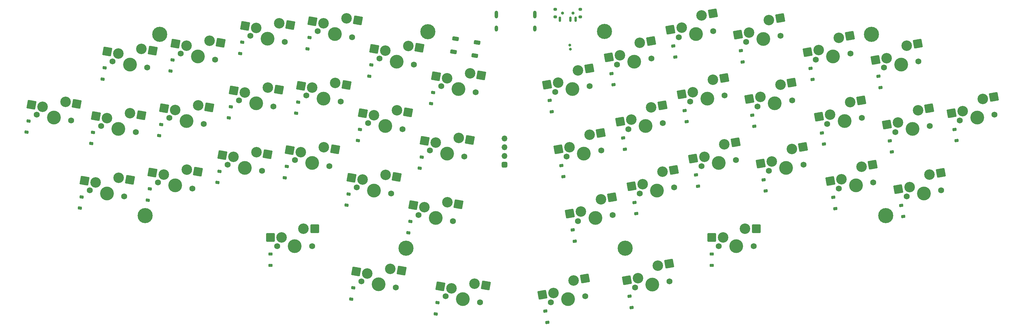
<source format=gbr>
%TF.GenerationSoftware,KiCad,Pcbnew,(6.0.2)*%
%TF.CreationDate,2022-04-05T05:22:49+08:00*%
%TF.ProjectId,TK44,544b3434-2e6b-4696-9361-645f70636258,rev?*%
%TF.SameCoordinates,Original*%
%TF.FileFunction,Soldermask,Bot*%
%TF.FilePolarity,Negative*%
%FSLAX46Y46*%
G04 Gerber Fmt 4.6, Leading zero omitted, Abs format (unit mm)*
G04 Created by KiCad (PCBNEW (6.0.2)) date 2022-04-05 05:22:49*
%MOMM*%
%LPD*%
G01*
G04 APERTURE LIST*
G04 Aperture macros list*
%AMRoundRect*
0 Rectangle with rounded corners*
0 $1 Rounding radius*
0 $2 $3 $4 $5 $6 $7 $8 $9 X,Y pos of 4 corners*
0 Add a 4 corners polygon primitive as box body*
4,1,4,$2,$3,$4,$5,$6,$7,$8,$9,$2,$3,0*
0 Add four circle primitives for the rounded corners*
1,1,$1+$1,$2,$3*
1,1,$1+$1,$4,$5*
1,1,$1+$1,$6,$7*
1,1,$1+$1,$8,$9*
0 Add four rect primitives between the rounded corners*
20,1,$1+$1,$2,$3,$4,$5,0*
20,1,$1+$1,$4,$5,$6,$7,0*
20,1,$1+$1,$6,$7,$8,$9,0*
20,1,$1+$1,$8,$9,$2,$3,0*%
G04 Aperture macros list end*
%ADD10C,3.050000*%
%ADD11C,4.000000*%
%ADD12C,1.750000*%
%ADD13RoundRect,0.250000X-1.183076X-0.806818X0.835780X-1.162797X1.183076X0.806818X-0.835780X1.162797X0*%
%ADD14C,0.800000*%
%ADD15C,4.400000*%
%ADD16RoundRect,0.250000X-0.835780X-1.162797X1.183076X-0.806818X0.835780X1.162797X-1.183076X0.806818X0*%
%ADD17RoundRect,0.250000X-1.025000X-1.000000X1.025000X-1.000000X1.025000X1.000000X-1.025000X1.000000X0*%
%ADD18O,1.000000X1.762000*%
%ADD19O,1.000000X2.219000*%
%ADD20RoundRect,0.425000X0.425000X0.425000X-0.425000X0.425000X-0.425000X-0.425000X0.425000X-0.425000X0*%
%ADD21O,1.700000X1.700000*%
%ADD22RoundRect,0.225000X0.330232X-0.286700X0.408374X0.156464X-0.330232X0.286700X-0.408374X-0.156464X0*%
%ADD23RoundRect,0.225000X0.408374X-0.156464X0.330232X0.286700X-0.408374X0.156464X-0.330232X-0.286700X0*%
%ADD24RoundRect,0.200000X-0.300000X-0.200000X0.300000X-0.200000X0.300000X0.200000X-0.300000X0.200000X0*%
%ADD25C,0.900000*%
%ADD26RoundRect,0.175000X-0.175000X-0.575000X0.175000X-0.575000X0.175000X0.575000X-0.175000X0.575000X0*%
%ADD27RoundRect,0.300000X-0.692219X-0.182571X0.588031X-0.408314X0.692219X0.182571X-0.588031X0.408314X0*%
%ADD28RoundRect,0.225000X0.375000X-0.225000X0.375000X0.225000X-0.375000X0.225000X-0.375000X-0.225000X0*%
G04 APERTURE END LIST*
D10*
%TO.C,SW28*%
X152078144Y-153246643D03*
D11*
X148694600Y-157808400D03*
D12*
X153697423Y-158690533D03*
D10*
X145383549Y-154645389D03*
D12*
X143691777Y-156926267D03*
D13*
X142158303Y-154076691D03*
D14*
X142158303Y-154076691D03*
X155329980Y-153820029D03*
D13*
X155329980Y-153820029D03*
%TD*%
D15*
%TO.C,H8*%
X100205200Y-173070600D03*
%TD*%
D10*
%TO.C,SW30*%
X181253549Y-170635389D03*
D12*
X189567423Y-174680533D03*
D11*
X184564600Y-173798400D03*
D12*
X179561777Y-172916267D03*
D10*
X187948144Y-169236643D03*
D14*
X178028303Y-170066691D03*
D13*
X178028303Y-170066691D03*
X191199980Y-169810029D03*
D14*
X191199980Y-169810029D03*
%TD*%
D15*
%TO.C,H4*%
X239585900Y-182550500D03*
%TD*%
%TO.C,H7*%
X104370200Y-120368200D03*
%TD*%
D12*
%TO.C,SW32*%
X243866077Y-166679433D03*
X253871723Y-164915167D03*
D10*
X250488179Y-160353410D03*
X244675716Y-163957488D03*
D11*
X248868900Y-165797300D03*
D14*
X241450471Y-164526186D03*
D16*
X241450471Y-164526186D03*
D14*
X253740014Y-159780024D03*
D16*
X253740014Y-159780024D03*
%TD*%
D10*
%TO.C,SW34*%
X288008179Y-153733410D03*
D12*
X291391723Y-158295167D03*
D10*
X282195716Y-157337488D03*
D11*
X286388900Y-159177300D03*
D12*
X281386077Y-160059433D03*
D14*
X278970471Y-157906186D03*
D16*
X278970471Y-157906186D03*
X291260014Y-153160024D03*
D14*
X291260014Y-153160024D03*
%TD*%
D10*
%TO.C,SW3*%
X139108144Y-117096643D03*
D11*
X135724600Y-121658400D03*
D12*
X130721777Y-120776267D03*
X140727423Y-122540533D03*
D10*
X132413549Y-118495389D03*
D13*
X129188303Y-117926691D03*
D14*
X129188303Y-117926691D03*
D13*
X142359980Y-117670029D03*
D14*
X142359980Y-117670029D03*
%TD*%
D10*
%TO.C,SW31*%
X226745716Y-171957488D03*
X232558179Y-168353410D03*
D12*
X225936077Y-174679433D03*
X235941723Y-172915167D03*
D11*
X230938900Y-173797300D03*
D16*
X223520471Y-172526186D03*
D14*
X223520471Y-172526186D03*
D16*
X235810014Y-167780024D03*
D14*
X235810014Y-167780024D03*
%TD*%
D12*
%TO.C,SW26*%
X103851777Y-163436267D03*
X113857423Y-165200533D03*
D10*
X112238144Y-159756643D03*
X105543549Y-161155389D03*
D11*
X108854600Y-164318400D03*
D13*
X102318303Y-160586691D03*
D14*
X102318303Y-160586691D03*
D13*
X115489980Y-160330029D03*
D14*
X115489980Y-160330029D03*
%TD*%
D12*
%TO.C,SW37*%
X78647423Y-145450533D03*
D10*
X77028144Y-140006643D03*
D12*
X68641777Y-143686267D03*
D10*
X70333549Y-141405389D03*
D11*
X73644600Y-144568400D03*
D13*
X67108303Y-140836691D03*
D14*
X67108303Y-140836691D03*
X80279980Y-140580029D03*
D13*
X80279980Y-140580029D03*
%TD*%
D12*
%TO.C,SW2*%
X110471777Y-125916267D03*
D11*
X115474600Y-126798400D03*
D10*
X112163549Y-123635389D03*
X118858144Y-122236643D03*
D12*
X120477423Y-127680533D03*
D14*
X108938303Y-123066691D03*
D13*
X108938303Y-123066691D03*
D14*
X122109980Y-122810029D03*
D13*
X122109980Y-122810029D03*
%TD*%
D12*
%TO.C,SW43*%
X276928000Y-181990000D03*
D10*
X268038000Y-179450000D03*
X274388000Y-176910000D03*
D11*
X271848000Y-181990000D03*
D12*
X266768000Y-181990000D03*
D14*
X264763000Y-179450000D03*
D17*
X264763000Y-179450000D03*
D14*
X277690000Y-176910000D03*
D17*
X277690000Y-176910000D03*
%TD*%
D12*
%TO.C,SW5*%
X168241777Y-127396267D03*
D10*
X169933549Y-125115389D03*
X176628144Y-123716643D03*
D11*
X173244600Y-128278400D03*
D12*
X178247423Y-129160533D03*
D13*
X166708303Y-124546691D03*
D14*
X166708303Y-124546691D03*
X179879980Y-124290029D03*
D13*
X179879980Y-124290029D03*
%TD*%
D10*
%TO.C,SW19*%
X229248179Y-149593410D03*
X223435716Y-153197488D03*
D12*
X232631723Y-154155167D03*
D11*
X227628900Y-155037300D03*
D12*
X222626077Y-155919433D03*
D16*
X220210471Y-153766186D03*
D14*
X220210471Y-153766186D03*
X232500014Y-149020024D03*
D16*
X232500014Y-149020024D03*
%TD*%
D15*
%TO.C,H3*%
X233601500Y-119529700D03*
%TD*%
D12*
%TO.C,SW13*%
X87411777Y-146996267D03*
D10*
X89103549Y-144715389D03*
D12*
X97417423Y-148760533D03*
D10*
X95798144Y-143316643D03*
D11*
X92414600Y-147878400D03*
D13*
X85878303Y-144146691D03*
D14*
X85878303Y-144146691D03*
X99049980Y-143890029D03*
D13*
X99049980Y-143890029D03*
%TD*%
D11*
%TO.C,SW40*%
X192484640Y-197438382D03*
D10*
X189173589Y-194275371D03*
X195868185Y-192876625D03*
D12*
X187481817Y-196556250D03*
X197487464Y-198320515D03*
D13*
X185948344Y-193706673D03*
D14*
X185948344Y-193706673D03*
X199120020Y-193450012D03*
D13*
X199120020Y-193450012D03*
%TD*%
D11*
%TO.C,SW17*%
X169934600Y-147038400D03*
D10*
X166623549Y-143875389D03*
X173318144Y-142476643D03*
D12*
X174937423Y-147920533D03*
X164931777Y-146156267D03*
D13*
X163398303Y-143306691D03*
D14*
X163398303Y-143306691D03*
X176569980Y-143050029D03*
D13*
X176569980Y-143050029D03*
%TD*%
D11*
%TO.C,SW7*%
X224318900Y-136277300D03*
D10*
X220125716Y-134437488D03*
D12*
X219316077Y-137159433D03*
D10*
X225938179Y-130833410D03*
D12*
X229321723Y-135395167D03*
D14*
X216900471Y-135006186D03*
D16*
X216900471Y-135006186D03*
X229190014Y-130260024D03*
D14*
X229190014Y-130260024D03*
%TD*%
D12*
%TO.C,SW24*%
X318076077Y-148759433D03*
D10*
X324698179Y-142433410D03*
D11*
X323078900Y-147877300D03*
D10*
X318885716Y-146037488D03*
D12*
X328081723Y-146995167D03*
D16*
X315660471Y-146606186D03*
D14*
X315660471Y-146606186D03*
X327950014Y-141860024D03*
D16*
X327950014Y-141860024D03*
%TD*%
D10*
%TO.C,SW11*%
X295825716Y-124957488D03*
X301638179Y-121353410D03*
D12*
X305021723Y-125915167D03*
X295016077Y-127679433D03*
D11*
X300018900Y-126797300D03*
D14*
X292600471Y-125526186D03*
D16*
X292600471Y-125526186D03*
X304890014Y-120780024D03*
D14*
X304890014Y-120780024D03*
%TD*%
D12*
%TO.C,SW1*%
X90721777Y-128236267D03*
D10*
X92413549Y-125955389D03*
X99108144Y-124556643D03*
D11*
X95724600Y-129118400D03*
D12*
X100727423Y-130000533D03*
D13*
X89188303Y-125386691D03*
D14*
X89188303Y-125386691D03*
D13*
X102359980Y-125130029D03*
D14*
X102359980Y-125130029D03*
%TD*%
D12*
%TO.C,SW38*%
X148718000Y-181990000D03*
D10*
X146178000Y-176910000D03*
D11*
X143638000Y-181990000D03*
D10*
X139828000Y-179450000D03*
D12*
X138558000Y-181990000D03*
D17*
X136553000Y-179450000D03*
D14*
X136553000Y-179450000D03*
D17*
X149480000Y-176910000D03*
D14*
X149480000Y-176910000D03*
%TD*%
D12*
%TO.C,SW18*%
X192867423Y-155920533D03*
D11*
X187864600Y-155038400D03*
D12*
X182861777Y-154156267D03*
D10*
X184553549Y-151875389D03*
X191248144Y-150476643D03*
D14*
X181328303Y-151306691D03*
D13*
X181328303Y-151306691D03*
X194499980Y-151050029D03*
D14*
X194499980Y-151050029D03*
%TD*%
D12*
%TO.C,SW10*%
X274766077Y-122549433D03*
D11*
X279768900Y-121667300D03*
D12*
X284771723Y-120785167D03*
D10*
X275575716Y-119827488D03*
X281388179Y-116223410D03*
D14*
X272350471Y-120396186D03*
D16*
X272350471Y-120396186D03*
X284640014Y-115650024D03*
D14*
X284640014Y-115650024D03*
%TD*%
D12*
%TO.C,SW20*%
X250561723Y-146155167D03*
D10*
X247178179Y-141593410D03*
X241365716Y-145197488D03*
D12*
X240556077Y-147919433D03*
D11*
X245558900Y-147037300D03*
D16*
X238140471Y-145766186D03*
D14*
X238140471Y-145766186D03*
D16*
X250430014Y-141020024D03*
D14*
X250430014Y-141020024D03*
%TD*%
D10*
%TO.C,SW9*%
X261808179Y-114833410D03*
D12*
X255186077Y-121159433D03*
D10*
X255995716Y-118437488D03*
D12*
X265191723Y-119395167D03*
D11*
X260188900Y-120277300D03*
D14*
X252770471Y-119006186D03*
D16*
X252770471Y-119006186D03*
D14*
X265060014Y-114260024D03*
D16*
X265060014Y-114260024D03*
%TD*%
D10*
%TO.C,SW4*%
X158688144Y-115726643D03*
D12*
X160307423Y-121170533D03*
D10*
X151993549Y-117125389D03*
D12*
X150301777Y-119406267D03*
D11*
X155304600Y-120288400D03*
D14*
X148768303Y-116556691D03*
D13*
X148768303Y-116556691D03*
X161939980Y-116300029D03*
D14*
X161939980Y-116300029D03*
%TD*%
D10*
%TO.C,SW21*%
X265108179Y-133603410D03*
D12*
X258486077Y-139929433D03*
D11*
X263488900Y-139047300D03*
D10*
X259295716Y-137207488D03*
D12*
X268491723Y-138165167D03*
D16*
X256070471Y-137776186D03*
D14*
X256070471Y-137776186D03*
D16*
X268360014Y-133030024D03*
D14*
X268360014Y-133030024D03*
%TD*%
D15*
%TO.C,H6*%
X182313500Y-119549700D03*
%TD*%
D12*
%TO.C,SW44*%
X336846077Y-145449433D03*
D11*
X341848900Y-144567300D03*
D10*
X337655716Y-142727488D03*
D12*
X346851723Y-143685167D03*
D10*
X343468179Y-139123410D03*
D14*
X334430471Y-143296186D03*
D16*
X334430471Y-143296186D03*
D14*
X346720014Y-138550024D03*
D16*
X346720014Y-138550024D03*
%TD*%
D15*
%TO.C,H1*%
X315289800Y-173070600D03*
%TD*%
D10*
%TO.C,SW42*%
X249118179Y-187683410D03*
D12*
X252501723Y-192245167D03*
X242496077Y-194009433D03*
D10*
X243305716Y-191287488D03*
D11*
X247498900Y-193127300D03*
D14*
X240080471Y-191856186D03*
D16*
X240080471Y-191856186D03*
D14*
X252370014Y-187110024D03*
D16*
X252370014Y-187110024D03*
%TD*%
D10*
%TO.C,SW36*%
X322205716Y-164797488D03*
X328018179Y-161193410D03*
D12*
X321396077Y-167519433D03*
X331401723Y-165755167D03*
D11*
X326398900Y-166637300D03*
D16*
X318980471Y-165366186D03*
D14*
X318980471Y-165366186D03*
D16*
X331270014Y-160620024D03*
D14*
X331270014Y-160620024D03*
%TD*%
D10*
%TO.C,SW12*%
X315585716Y-127277488D03*
D11*
X319778900Y-129117300D03*
D10*
X321398179Y-123673410D03*
D12*
X324781723Y-128235167D03*
X314776077Y-129999433D03*
D14*
X312360471Y-127846186D03*
D16*
X312360471Y-127846186D03*
D14*
X324650014Y-123100024D03*
D16*
X324650014Y-123100024D03*
%TD*%
D18*
%TO.C,J3*%
X213325300Y-118661000D03*
D19*
X202174700Y-114622400D03*
X213325300Y-114635100D03*
D18*
X202174600Y-118661000D03*
%TD*%
D15*
%TO.C,H5*%
X175909100Y-182550200D03*
%TD*%
%TO.C,H2*%
X311124900Y-120368200D03*
%TD*%
D12*
%TO.C,SW41*%
X228021664Y-196555185D03*
D10*
X224638119Y-191993428D03*
X218825656Y-195597505D03*
D12*
X218016017Y-198319450D03*
D11*
X223018840Y-197437318D03*
D16*
X215600411Y-196166203D03*
D14*
X215600411Y-196166203D03*
D16*
X227889955Y-191420042D03*
D14*
X227889955Y-191420042D03*
%TD*%
D10*
%TO.C,SW6*%
X194558144Y-131716643D03*
D12*
X196177423Y-137160533D03*
X186171777Y-135396267D03*
D10*
X187863549Y-133115389D03*
D11*
X191174600Y-136278400D03*
D13*
X184638303Y-132546691D03*
D14*
X184638303Y-132546691D03*
X197809980Y-132290029D03*
D13*
X197809980Y-132290029D03*
%TD*%
D12*
%TO.C,SW23*%
X308331723Y-144675167D03*
D10*
X299135716Y-143717488D03*
D11*
X303328900Y-145557300D03*
D12*
X298326077Y-146439433D03*
D10*
X304948179Y-140113410D03*
D16*
X295910471Y-144286186D03*
D14*
X295910471Y-144286186D03*
D16*
X308200014Y-139540024D03*
D14*
X308200014Y-139540024D03*
%TD*%
D11*
%TO.C,SW29*%
X166624600Y-165798400D03*
D10*
X163313549Y-162635389D03*
D12*
X161621777Y-164916267D03*
D10*
X170008144Y-161236643D03*
D12*
X171627423Y-166680533D03*
D13*
X160088303Y-162066691D03*
D14*
X160088303Y-162066691D03*
D13*
X173259980Y-161810029D03*
D14*
X173259980Y-161810029D03*
%TD*%
D11*
%TO.C,SW39*%
X168004600Y-193118400D03*
D10*
X171388144Y-188556643D03*
D12*
X163001777Y-192236267D03*
D10*
X164693549Y-189955389D03*
D12*
X173007423Y-194000533D03*
D13*
X161468303Y-189386691D03*
D14*
X161468303Y-189386691D03*
X174639980Y-189130029D03*
D13*
X174639980Y-189130029D03*
%TD*%
D12*
%TO.C,SW35*%
X311641723Y-163435167D03*
D10*
X308258179Y-158873410D03*
D11*
X306638900Y-164317300D03*
D12*
X301636077Y-165199433D03*
D10*
X302445716Y-162477488D03*
D16*
X299220471Y-163046186D03*
D14*
X299220471Y-163046186D03*
X311510014Y-158300024D03*
D16*
X311510014Y-158300024D03*
%TD*%
D10*
%TO.C,SW25*%
X85793549Y-163475389D03*
D12*
X84101777Y-165756267D03*
D10*
X92488144Y-162076643D03*
D11*
X89104600Y-166638400D03*
D12*
X94107423Y-167520533D03*
D14*
X82568303Y-162906691D03*
D13*
X82568303Y-162906691D03*
X95739980Y-162650029D03*
D14*
X95739980Y-162650029D03*
%TD*%
D10*
%TO.C,SW8*%
X243868179Y-122833410D03*
D12*
X247251723Y-127395167D03*
X237246077Y-129159433D03*
D10*
X238055716Y-126437488D03*
D11*
X242248900Y-128277300D03*
D16*
X234830471Y-127006186D03*
D14*
X234830471Y-127006186D03*
D16*
X247120014Y-122260024D03*
D14*
X247120014Y-122260024D03*
%TD*%
D12*
%TO.C,SW16*%
X147001777Y-138166267D03*
X157007423Y-139930533D03*
D10*
X148693549Y-135885389D03*
D11*
X152004600Y-139048400D03*
D10*
X155388144Y-134486643D03*
D14*
X145468303Y-135316691D03*
D13*
X145468303Y-135316691D03*
X158639980Y-135060029D03*
D14*
X158639980Y-135060029D03*
%TD*%
D11*
%TO.C,SW33*%
X266798900Y-157797300D03*
D12*
X261796077Y-158679433D03*
X271801723Y-156915167D03*
D10*
X262605716Y-155957488D03*
X268418179Y-152353410D03*
D16*
X259380471Y-156526186D03*
D14*
X259380471Y-156526186D03*
X271670014Y-151780024D03*
D16*
X271670014Y-151780024D03*
%TD*%
D12*
%TO.C,SW14*%
X107161777Y-144676267D03*
D10*
X108853549Y-142395389D03*
X115548144Y-140996643D03*
D11*
X112164600Y-145558400D03*
D12*
X117167423Y-146440533D03*
D14*
X105628303Y-141826691D03*
D13*
X105628303Y-141826691D03*
X118799980Y-141570029D03*
D14*
X118799980Y-141570029D03*
%TD*%
D11*
%TO.C,SW22*%
X283088900Y-140427300D03*
D12*
X278086077Y-141309433D03*
D10*
X284708179Y-134983410D03*
D12*
X288091723Y-139545167D03*
D10*
X278895716Y-138587488D03*
D16*
X275670471Y-139156186D03*
D14*
X275670471Y-139156186D03*
D16*
X287960014Y-134410024D03*
D14*
X287960014Y-134410024D03*
%TD*%
D10*
%TO.C,SW27*%
X125793549Y-156025389D03*
D12*
X124101777Y-158306267D03*
X134107423Y-160070533D03*
D10*
X132488144Y-154626643D03*
D11*
X129104600Y-159188400D03*
D13*
X122568303Y-155456691D03*
D14*
X122568303Y-155456691D03*
X135739980Y-155200029D03*
D13*
X135739980Y-155200029D03*
%TD*%
D20*
%TO.C,J2*%
X204520000Y-158300000D03*
D21*
X204520000Y-155760000D03*
X204520000Y-153220000D03*
X204520000Y-150680000D03*
%TD*%
D12*
%TO.C,SW15*%
X127411777Y-139546267D03*
D10*
X135798144Y-135866643D03*
X129103549Y-137265389D03*
D11*
X132414600Y-140428400D03*
D12*
X137417423Y-141310533D03*
D13*
X125878303Y-136696691D03*
D14*
X125878303Y-136696691D03*
D13*
X139049980Y-136440029D03*
D14*
X139049980Y-136440029D03*
%TD*%
%TO.C,D5*%
X165303481Y-132534933D03*
D22*
X165303481Y-132534933D03*
D14*
X165876519Y-129285067D03*
D22*
X165876519Y-129285067D03*
%TD*%
%TO.C,D25*%
X81163481Y-170894933D03*
D14*
X81163481Y-170894933D03*
D22*
X81736519Y-167645067D03*
D14*
X81736519Y-167645067D03*
%TD*%
D23*
%TO.C,D32*%
X242866519Y-172514933D03*
D14*
X242866519Y-172514933D03*
X242293481Y-169265067D03*
D23*
X242293481Y-169265067D03*
%TD*%
%TO.C,D7*%
X218297319Y-142851433D03*
D14*
X218297319Y-142851433D03*
D23*
X217724281Y-139601567D03*
D14*
X217724281Y-139601567D03*
%TD*%
D22*
%TO.C,D28*%
X140753481Y-162064933D03*
D14*
X140753481Y-162064933D03*
X141326519Y-158815067D03*
D22*
X141326519Y-158815067D03*
%TD*%
D24*
%TO.C,SW45*%
X226580000Y-115260000D03*
X226580000Y-113050000D03*
D25*
X224430000Y-114150000D03*
D24*
X219280000Y-113050000D03*
X219280000Y-115260000D03*
D25*
X221430000Y-114150000D03*
D26*
X220680000Y-115910000D03*
X223680000Y-115910000D03*
X225180000Y-115910000D03*
%TD*%
D27*
%TO.C,SWT1*%
X189707924Y-125404143D03*
X195912213Y-126498126D03*
X196572076Y-122755857D03*
X190367787Y-121661874D03*
%TD*%
D14*
%TO.C,D21*%
X257486519Y-145764933D03*
D23*
X257486519Y-145764933D03*
D14*
X256913481Y-142515067D03*
D23*
X256913481Y-142515067D03*
%TD*%
%TO.C,D8*%
X236246519Y-134994933D03*
D14*
X236246519Y-134994933D03*
D23*
X235673481Y-131745067D03*
D14*
X235673481Y-131745067D03*
%TD*%
D22*
%TO.C,D6*%
X183233481Y-140534933D03*
D14*
X183233481Y-140534933D03*
D22*
X183806519Y-137285067D03*
D14*
X183806519Y-137285067D03*
%TD*%
D22*
%TO.C,D14*%
X104223481Y-149814933D03*
D14*
X104223481Y-149814933D03*
D22*
X104796519Y-146565067D03*
D14*
X104796519Y-146565067D03*
%TD*%
D22*
%TO.C,D4*%
X147363481Y-124544933D03*
D14*
X147363481Y-124544933D03*
D22*
X147936519Y-121295067D03*
D14*
X147936519Y-121295067D03*
%TD*%
D23*
%TO.C,D23*%
X297326519Y-152274933D03*
D14*
X297326519Y-152274933D03*
D23*
X296753481Y-149025067D03*
D14*
X296753481Y-149025067D03*
%TD*%
D22*
%TO.C,D37*%
X65713481Y-148824933D03*
D14*
X65713481Y-148824933D03*
X66286519Y-145575067D03*
D22*
X66286519Y-145575067D03*
%TD*%
%TO.C,D18*%
X179923481Y-159294933D03*
D14*
X179923481Y-159294933D03*
D22*
X180496519Y-156045067D03*
D14*
X180496519Y-156045067D03*
%TD*%
D22*
%TO.C,D3*%
X127783481Y-125914933D03*
D14*
X127783481Y-125914933D03*
X128356519Y-122665067D03*
D22*
X128356519Y-122665067D03*
%TD*%
D14*
%TO.C,D43*%
X264770000Y-187560000D03*
D28*
X264770000Y-187560000D03*
X264770000Y-184260000D03*
D14*
X264770000Y-184260000D03*
%TD*%
D22*
%TO.C,D2*%
X107533481Y-131054933D03*
D14*
X107533481Y-131054933D03*
D22*
X108106519Y-127805067D03*
D14*
X108106519Y-127805067D03*
%TD*%
%TO.C,D12*%
X313776519Y-135834933D03*
D23*
X313776519Y-135834933D03*
D14*
X313203481Y-132585067D03*
D23*
X313203481Y-132585067D03*
%TD*%
D28*
%TO.C,D38*%
X136560000Y-187560000D03*
D14*
X136560000Y-187560000D03*
X136560000Y-184260000D03*
D28*
X136560000Y-184260000D03*
%TD*%
D23*
%TO.C,D22*%
X277086519Y-147144933D03*
D14*
X277086519Y-147144933D03*
D23*
X276513481Y-143895067D03*
D14*
X276513481Y-143895067D03*
%TD*%
%TO.C,J1*%
X223700689Y-124671685D03*
X223492311Y-123489915D03*
%TD*%
D22*
%TO.C,D26*%
X100913481Y-168574933D03*
D14*
X100913481Y-168574933D03*
X101486519Y-165325067D03*
D22*
X101486519Y-165325067D03*
%TD*%
D14*
%TO.C,D36*%
X320396519Y-173354933D03*
D23*
X320396519Y-173354933D03*
X319823481Y-170105067D03*
D14*
X319823481Y-170105067D03*
%TD*%
%TO.C,D27*%
X121163481Y-163444933D03*
D22*
X121163481Y-163444933D03*
D14*
X121736519Y-160195067D03*
D22*
X121736519Y-160195067D03*
%TD*%
D23*
%TO.C,D20*%
X239556519Y-153754933D03*
D14*
X239556519Y-153754933D03*
X238983481Y-150505067D03*
D23*
X238983481Y-150505067D03*
%TD*%
D14*
%TO.C,D16*%
X144063481Y-143304933D03*
D22*
X144063481Y-143304933D03*
X144636519Y-140055067D03*
D14*
X144636519Y-140055067D03*
%TD*%
%TO.C,D11*%
X294016519Y-133514933D03*
D23*
X294016519Y-133514933D03*
X293443481Y-130265067D03*
D14*
X293443481Y-130265067D03*
%TD*%
D23*
%TO.C,D31*%
X224936519Y-180514933D03*
D14*
X224936519Y-180514933D03*
X224363481Y-177265067D03*
D23*
X224363481Y-177265067D03*
%TD*%
D14*
%TO.C,D35*%
X300636519Y-171034933D03*
D23*
X300636519Y-171034933D03*
D14*
X300063481Y-167785067D03*
D23*
X300063481Y-167785067D03*
%TD*%
%TO.C,D9*%
X254186519Y-126994933D03*
D14*
X254186519Y-126994933D03*
X253613481Y-123745067D03*
D23*
X253613481Y-123745067D03*
%TD*%
%TO.C,D44*%
X335846519Y-151284933D03*
D14*
X335846519Y-151284933D03*
D23*
X335273481Y-148035067D03*
D14*
X335273481Y-148035067D03*
%TD*%
D22*
%TO.C,D40*%
X184543481Y-201694933D03*
D14*
X184543481Y-201694933D03*
X185116519Y-198445067D03*
D22*
X185116519Y-198445067D03*
%TD*%
D23*
%TO.C,D34*%
X280386519Y-165894933D03*
D14*
X280386519Y-165894933D03*
X279813481Y-162645067D03*
D23*
X279813481Y-162645067D03*
%TD*%
D22*
%TO.C,D1*%
X87783481Y-133374933D03*
D14*
X87783481Y-133374933D03*
D22*
X88356519Y-130125067D03*
D14*
X88356519Y-130125067D03*
%TD*%
%TO.C,D39*%
X160063481Y-197374933D03*
D22*
X160063481Y-197374933D03*
X160636519Y-194125067D03*
D14*
X160636519Y-194125067D03*
%TD*%
D23*
%TO.C,D42*%
X241496519Y-199844933D03*
D14*
X241496519Y-199844933D03*
X240923481Y-196595067D03*
D23*
X240923481Y-196595067D03*
%TD*%
D22*
%TO.C,D17*%
X161993481Y-151294933D03*
D14*
X161993481Y-151294933D03*
X162566519Y-148045067D03*
D22*
X162566519Y-148045067D03*
%TD*%
D14*
%TO.C,D15*%
X124473481Y-144684933D03*
D22*
X124473481Y-144684933D03*
X125046519Y-141435067D03*
D14*
X125046519Y-141435067D03*
%TD*%
D23*
%TO.C,D33*%
X260796519Y-164514933D03*
D14*
X260796519Y-164514933D03*
X260223481Y-161265067D03*
D23*
X260223481Y-161265067D03*
%TD*%
%TO.C,D24*%
X317076519Y-154594933D03*
D14*
X317076519Y-154594933D03*
X316503481Y-151345067D03*
D23*
X316503481Y-151345067D03*
%TD*%
D14*
%TO.C,D13*%
X84473481Y-152134933D03*
D22*
X84473481Y-152134933D03*
D14*
X85046519Y-148885067D03*
D22*
X85046519Y-148885067D03*
%TD*%
D23*
%TO.C,D10*%
X273766519Y-128384933D03*
D14*
X273766519Y-128384933D03*
X273193481Y-125135067D03*
D23*
X273193481Y-125135067D03*
%TD*%
%TO.C,D19*%
X221626519Y-161754933D03*
D14*
X221626519Y-161754933D03*
X221053481Y-158505067D03*
D23*
X221053481Y-158505067D03*
%TD*%
%TO.C,D41*%
X217016519Y-204154933D03*
D14*
X217016519Y-204154933D03*
D23*
X216443481Y-200905067D03*
D14*
X216443481Y-200905067D03*
%TD*%
%TO.C,D30*%
X176623481Y-178054933D03*
D22*
X176623481Y-178054933D03*
D14*
X177196519Y-174805067D03*
D22*
X177196519Y-174805067D03*
%TD*%
D14*
%TO.C,D29*%
X158683481Y-170054933D03*
D22*
X158683481Y-170054933D03*
D14*
X159256519Y-166805067D03*
D22*
X159256519Y-166805067D03*
%TD*%
M02*

</source>
